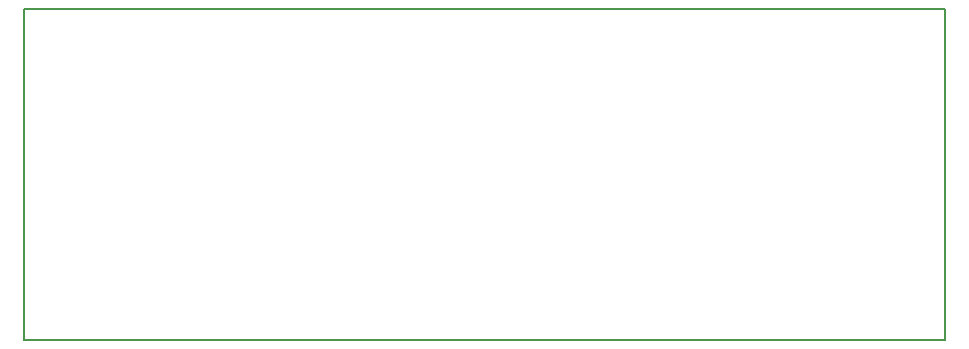
<source format=gbr>
%FSLAX34Y34*%
G04 Gerber Fmt 3.4, Leading zero omitted, Abs format*
G04 (created by PCBNEW (2014-04-07 BZR 4791)-product) date ons  9 apr 2014 20:42:48*
%MOIN*%
G01*
G70*
G90*
G04 APERTURE LIST*
%ADD10C,0.005906*%
G04 APERTURE END LIST*
G54D10*
X39370Y-45275D02*
X39370Y-34251D01*
X70078Y-45275D02*
X39370Y-45275D01*
X70078Y-34251D02*
X70078Y-45275D01*
X39370Y-34251D02*
X70078Y-34251D01*
M02*

</source>
